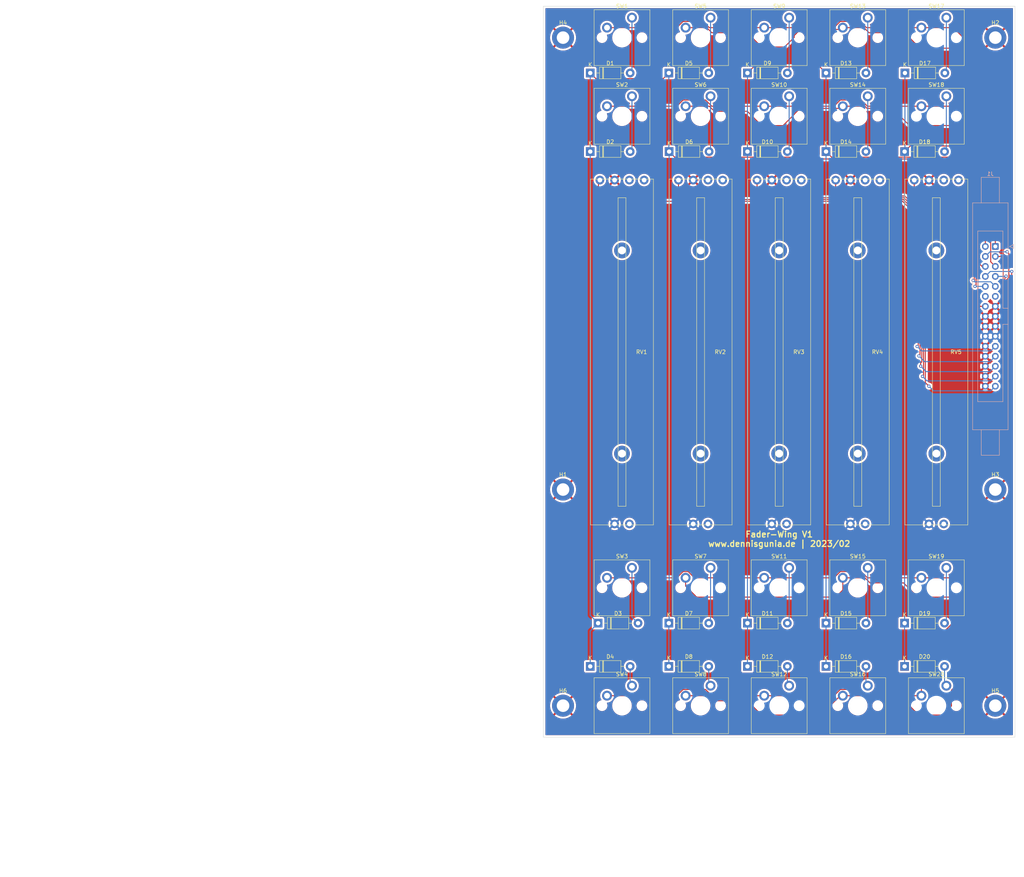
<source format=kicad_pcb>
(kicad_pcb (version 20211014) (generator pcbnew)
  (layers (0 "F.Cu" signal) (31 "B.Cu" signal) (34 "B.Paste" user) (35 "F.Paste" user) (36 "B.SilkS" user "B.Silkscreen") (37 "F.SilkS" user "F.Silkscreen") (38 "B.Mask" user) (39 "F.Mask" user) (44 "Edge.Cuts" user))
  (net 0 "")
  (net 1 "Net-(D1-Pad2)")
  (net 2 "MATRIX_1")
  (net 3 "MATRIX_2")
  (net 4 "MATRIX_A")
  (net 5 "Net-(D3-Pad2)")
  (net 6 "Net-(D4-Pad2)")
  (net 7 "Net-(D5-Pad2)")
  (net 8 "MATRIX_3")
  (net 9 "MATRIX_4")
  (net 10 "Net-(D9-Pad2)")
  (net 11 "Net-(D10-Pad2)")
  (net 12 "MATRIX_5")
  (net 13 "MATRIX_6")
  (net 14 "MATRIX_B")
  (net 15 "Net-(D15-Pad2)")
  (net 16 "MATRIX_7")
  (net 17 "MATRIX_8")
  (net 18 "Net-(D18-Pad2)")
  (net 19 "Net-(D2-Pad2)")
  (net 20 "Net-(D7-Pad2)")
  (net 21 "Net-(D8-Pad2)")
  (net 22 "GND")
  (net 23 "+5V")
  (net 24 "ANALOG_1")
  (net 25 "ANALOG_2")
  (net 26 "ANALOG_3")
  (net 27 "ANALOG_4")
  (net 28 "ANALOG_5")
  (net 29 "Net-(D6-Pad2)")
  (net 30 "Net-(D11-Pad2)")
  (net 31 "Net-(D12-Pad2)")
  (net 32 "Net-(D16-Pad2)")
  (net 33 "Net-(D17-Pad2)")
  (net 34 "Net-(D13-Pad2)")
  (net 35 "Net-(D14-Pad2)")
  (net 36 "MATRIX_C")
  (net 37 "Net-(D19-Pad2)")
  (net 38 "Net-(D20-Pad2)")
  (footprint "Diode_THT:D_DO-41_SOD81_P10.16mm_Horizontal" (layer "F.Cu") (at 111.92 49)
    (fp_text reference "D14")
    (fp_text value "1N4001")
  )
  (footprint "cherrymx:SW_Cherry_MX_PCB_1.00u" (layer "F.Cu") (at 60 40)
    (fp_text reference "SW2")
    (fp_text value "Switch_SW_DPST")
  )
  (footprint "Diode_THT:D_DO-41_SOD81_P10.16mm_Horizontal" (layer "F.Cu") (at 131.92 180)
    (fp_text reference "D20")
    (fp_text value "1N4001")
  )
  (footprint "Diode_THT:D_DO-41_SOD81_P10.16mm_Horizontal" (layer "F.Cu") (at 131.92 169)
    (fp_text reference "D19")
    (fp_text value "1N4001")
  )
  (footprint "cherrymx:SW_Cherry_MX_PCB_1.00u" (layer "F.Cu") (at 80 160)
    (fp_text reference "SW7")
    (fp_text value "Switch_SW_DPST")
  )
  (footprint "cherrymx:SW_Cherry_MX_PCB_1.00u" (layer "F.Cu") (at 120 190)
    (fp_text reference "SW16")
    (fp_text value "Switch_SW_DPST")
  )
  (footprint "cherrymx:SW_Cherry_MX_PCB_1.00u" (layer "F.Cu") (at 80 20)
    (fp_text reference "SW5")
    (fp_text value "Switch_SW_DPST")
  )
  (footprint "Diode_THT:D_DO-41_SOD81_P10.16mm_Horizontal" (layer "F.Cu") (at 132 29)
    (fp_text reference "D17")
    (fp_text value "1N4001")
  )
  (footprint "Diode_THT:D_DO-41_SOD81_P10.16mm_Horizontal" (layer "F.Cu") (at 91.92 49)
    (fp_text reference "D10")
    (fp_text value "1N4001")
  )
  (footprint "Diode_THT:D_DO-41_SOD81_P10.16mm_Horizontal" (layer "F.Cu") (at 91.92 180)
    (fp_text reference "D12")
    (fp_text value "1N4001")
  )
  (footprint "cherrymx:SW_Cherry_MX_PCB_1.00u" (layer "F.Cu") (at 100 160)
    (fp_text reference "SW11")
    (fp_text value "Switch_SW_DPST")
  )
  (footprint "w_conn_av:RS60N12-LIN10K" (layer "F.Cu") (at 80 100)
    (fp_text reference "RV2")
    (fp_text value "10K LIN")
  )
  (footprint "Diode_THT:D_DO-41_SOD81_P10.16mm_Horizontal" (layer "F.Cu") (at 51.92 180)
    (fp_text reference "D4")
    (fp_text value "1N4001")
  )
  (footprint "w_conn_av:RS60N12-LIN10K" (layer "F.Cu") (at 120 100)
    (fp_text reference "RV4")
    (fp_text value "10K LIN")
  )
  (footprint "cherrymx:SW_Cherry_MX_PCB_1.00u" (layer "F.Cu") (at 80 190)
    (fp_text reference "SW8")
    (fp_text value "Switch_SW_DPST")
  )
  (footprint "cherrymx:SW_Cherry_MX_PCB_1.00u" (layer "F.Cu") (at 120 40)
    (fp_text reference "SW14")
    (fp_text value "Switch_SW_DPST")
  )
  (footprint "MountingHole:MountingHole_3.2mm_M3_DIN965_Pad" (layer "F.Cu") (at 155 190)
    (fp_text reference "H5")
    (fp_text value "MountingHole")
  )
  (footprint "Diode_THT:D_DO-41_SOD81_P10.16mm_Horizontal" (layer "F.Cu") (at 53.92 169)
    (fp_text reference "D3")
    (fp_text value "1N4001")
  )
  (footprint "Diode_THT:D_DO-41_SOD81_P10.16mm_Horizontal" (layer "F.Cu") (at 111.92 29)
    (fp_text reference "D13")
    (fp_text value "1N4001")
  )
  (footprint "cherrymx:SW_Cherry_MX_PCB_1.00u" (layer "F.Cu") (at 100 40)
    (fp_text reference "SW10")
    (fp_text value "Switch_SW_DPST")
  )
  (footprint "Diode_THT:D_DO-41_SOD81_P10.16mm_Horizontal" (layer "F.Cu") (at 71.92 180)
    (fp_text reference "D8")
    (fp_text value "1N4001")
  )
  (footprint "cherrymx:SW_Cherry_MX_PCB_1.00u" (layer "F.Cu") (at 80 40)
    (fp_text reference "SW6")
    (fp_text value "Switch_SW_DPST")
  )
  (footprint "MountingHole:MountingHole_3.2mm_M3_DIN965_Pad" (layer "F.Cu") (at 155 135)
    (fp_text reference "H3")
    (fp_text value "MountingHole")
  )
  (footprint "w_conn_av:RS60N12-LIN10K" (layer "F.Cu") (at 100 100)
    (fp_text reference "RV3")
    (fp_text value "10K LIN")
  )
  (footprint "cherrymx:SW_Cherry_MX_PCB_1.00u" (layer "F.Cu") (at 60 20)
    (fp_text reference "SW1")
    (fp_text value "Switch_SW_DPST")
  )
  (footprint "Diode_THT:D_DO-41_SOD81_P10.16mm_Horizontal" (layer "F.Cu") (at 51.92 29)
    (fp_text reference "D1")
    (fp_text value "1N4001")
  )
  (footprint "cherrymx:SW_Cherry_MX_PCB_1.00u" (layer "F.Cu") (at 140 190)
    (fp_text reference "SW20")
    (fp_text value "Switch_SW_DPST")
  )
  (footprint "cherrymx:SW_Cherry_MX_PCB_1.00u" (layer "F.Cu") (at 140 40)
    (fp_text reference "SW18")
    (fp_text value "Switch_SW_DPST")
  )
  (footprint "cherrymx:SW_Cherry_MX_PCB_1.00u" (layer "F.Cu") (at 100 20)
    (fp_text reference "SW9")
    (fp_text value "Switch_SW_DPST")
  )
  (footprint "w_conn_av:RS60N12-LIN10K" (layer "F.Cu") (at 60 100)
    (fp_text reference "RV1")
    (fp_text value "10K LIN")
  )
  (footprint "MountingHole:MountingHole_3.2mm_M3_DIN965_Pad" (layer "F.Cu") (at 155 20)
    (fp_text reference "H2")
    (fp_text value "MountingHole")
  )
  (footprint "MountingHole:MountingHole_3.2mm_M3_DIN965_Pad" (layer "F.Cu") (at 45 135)
    (fp_text reference "H1")
    (fp_text value "MountingHole")
  )
  (footprint "Diode_THT:D_DO-41_SOD81_P10.16mm_Horizontal" (layer "F.Cu") (at 131.92 49)
    (fp_text reference "D18")
    (fp_text value "1N4001")
  )
  (footprint "MountingHole:MountingHole_3.2mm_M3_DIN965_Pad" (layer "F.Cu") (at 45 20)
    (fp_text reference "H4")
    (fp_text value "MountingHole")
  )
  (footprint "cherrymx:SW_Cherry_MX_PCB_1.00u" (layer "F.Cu") (at 120 20)
    (fp_text reference "SW13")
    (fp_text value "Switch_SW_DPST")
  )
  (footprint "Diode_THT:D_DO-41_SOD81_P10.16mm_Horizontal" (layer "F.Cu") (at 71.92 169)
    (fp_text reference "D7")
    (fp_text value "1N4001")
  )
  (footprint "MountingHole:MountingHole_3.2mm_M3_DIN965_Pad" (layer "F.Cu") (at 45 190)
    (fp_text reference "H6")
    (fp_text value "MountingHole")
  )
  (footprint "cherrymx:SW_Cherry_MX_PCB_1.00u" (layer "F.Cu") (at 140 20)
    (fp_text reference "SW17")
    (fp_text value "Switch_SW_DPST")
  )
  (footprint "w_conn_av:RS60N12-LIN10K" (layer "F.Cu") (at 140 100)
    (fp_text reference "RV5")
    (fp_text value "10K LIN")
  )
  (footprint "Diode_THT:D_DO-41_SOD81_P10.16mm_Horizontal" (layer "F.Cu") (at 51.92 49)
    (fp_text reference "D2")
    (fp_text value "1N4001")
  )
  (footprint "Diode_THT:D_DO-41_SOD81_P10.16mm_Horizontal" (layer "F.Cu") (at 91.92 29)
    (fp_text reference "D9")
    (fp_text value "1N4001")
  )
  (footprint "cherrymx:SW_Cherry_MX_PCB_1.00u" (layer "F.Cu") (at 140 160)
    (fp_text reference "SW19")
    (fp_text value "Switch_SW_DPST")
  )
  (footprint "Diode_THT:D_DO-41_SOD81_P10.16mm_Horizontal" (layer "F.Cu") (at 72 49)
    (fp_text reference "D6")
    (fp_text value "1N4001")
  )
  (footprint "Diode_THT:D_DO-41_SOD81_P10.16mm_Horizontal" (layer "F.Cu") (at 111.92 169)
    (fp_text reference "D15")
    (fp_text value "1N4001")
  )
  (footprint "Diode_THT:D_DO-41_SOD81_P10.16mm_Horizontal" (layer "F.Cu") (at 111.92 180)
    (fp_text reference "D16")
    (fp_text value "1N4001")
  )
  (footprint "cherrymx:SW_Cherry_MX_PCB_1.00u" (layer "F.Cu") (at 60 160)
    (fp_text reference "SW3")
    (fp_text value "Switch_SW_DPST")
  )
  (footprint "cherrymx:SW_Cherry_MX_PCB_1.00u" (layer "F.Cu") (at 120 160)
    (fp_text reference "SW15")
    (fp_text value "Switch_SW_DPST")
  )
  (footprint "Diode_THT:D_DO-41_SOD81_P10.16mm_Horizontal" (layer "F.Cu") (at 71.92 29)
    (fp_text reference "D5")
    (fp_text value "1N4001")
  )
  (footprint "cherrymx:SW_Cherry_MX_PCB_1.00u" (layer "F.Cu") (at 100 190)
    (fp_text reference "SW12")
    (fp_text value "Switch_SW_DPST")
  )
  (footprint "Diode_THT:D_DO-41_SOD81_P10.16mm_Horizontal" (layer "F.Cu") (at 91.92 169)
    (fp_text reference "D11")
    (fp_text value "1N4001")
  )
  (footprint "cherrymx:SW_Cherry_MX_PCB_1.00u" (layer "F.Cu") (at 60 190)
    (fp_text reference "SW4")
    (fp_text value "Switch_SW_DPST")
  )
  (footprint "Connector_IDC:IDC-Header_2x15_P2.54mm_Latch6.5mm_Vertical" (layer "B.Cu") (at 155 73.14 180)
    (fp_text reference "J1")
    (fp_text value "Conn_02x16_Odd_Even")
  )
  (gr_rect (start 40 12) (end 160 198) (layer "Edge.Cuts") (width 0.1) (fill none))
  (gr_text "Fader-Wing V1" (at 100 146.4) (layer "F.SilkS") (effects (font (size 1.5 1.5) (thickness 0.3))))
  (gr_text "www.dennisgunia.de | 2023/02" (at 100 148.8) (layer "F.SilkS") (effects (font (size 1.5 1.5) (thickness 0.3))))
  (segment (start 62.54 28.54) (end 62.08 29) (width 0.25) (layer "B.Cu") (net 1))
  (segment (start 62.54 14.92) (end 62.54 28.54) (width 0.25) (layer "B.Cu") (net 1))
  (segment (start 120.635489 15.885489) (end 122.21 17.46) (width 0.25) (layer "F.Cu") (net 2))
  (segment (start 115.537815 15.885489) (end 120.635489 15.885489) (width 0.25) (layer "F.Cu") (net 2))
  (segment (start 56.19 17.46) (end 73.963304 17.46) (width 0.25) (layer "F.Cu") (net 2))
  (segment (start 73.963304 17.46) (end 75.537815 15.885489) (width 0.25) (layer "F.Cu") (net 2))
  (segment (start 82.21 17.46) (end 96.19 17.46) (width 0.25) (layer "F.Cu") (net 2))
  (segment (start 136.19 17.46) (end 144.307091 17.46) (width 0.25) (layer "F.Cu") (net 2))
  (segment (start 144.307091 17.46) (end 155 28.152909) (width 0.25) (layer "F.Cu") (net 2))
  (segment (start 155 28.152909) (end 155 73.14) (width 0.25) (layer "F.Cu") (net 2))
  (segment (start 96.19 17.46) (end 113.963304 17.46) (width 0.25) (layer "F.Cu") (net 2))
  (segment (start 113.963304 17.46) (end 115.537815 15.885489) (width 0.25) (layer "F.Cu") (net 2))
  (segment (start 75.537815 15.885489) (end 80.635489 15.885489) (width 0.25) (layer "F.Cu") (net 2))
  (segment (start 80.635489 15.885489) (end 82.21 17.46) (width 0.25) (layer "F.Cu") (net 2))
  (segment (start 122.21 17.46) (end 136.19 17.46) (width 0.25) (layer "F.Cu") (net 2))
  (segment (start 115.537815 35.885489) (end 120.885489 35.885489) (width 0.25) (layer "F.Cu") (net 3))
  (segment (start 81.278793 35.885489) (end 82.853304 37.46) (width 0.25) (layer "F.Cu") (net 3))
  (segment (start 96.19 37.46) (end 113.963304 37.46) (width 0.25) (layer "F.Cu") (net 3))
  (segment (start 152.96096 37.46) (end 154.10096 38.6) (width 0.25) (layer "F.Cu") (net 3))
  (segment (start 56.19 37.46) (end 73.963304 37.46) (width 0.25) (layer "F.Cu") (net 3))
  (segment (start 82.853304 37.46) (end 96.19 37.46) (width 0.25) (layer "F.Cu") (net 3))
  (segment (start 154.10096 69.313802) (end 152.46 70.954762) (width 0.25) (layer "F.Cu") (net 3))
  (segment (start 154.10096 38.6) (end 154.10096 69.313802) (width 0.25) (layer "F.Cu") (net 3))
  (segment (start 113.963304 37.46) (end 115.537815 35.885489) (width 0.25) (layer "F.Cu") (net 3))
  (segment (start 120.885489 35.885489) (end 122.46 37.46) (width 0.25) (layer "F.Cu") (net 3))
  (segment (start 122.46 37.46) (end 136.19 37.46) (width 0.25) (layer "F.Cu") (net 3))
  (segment (start 73.963304 37.46) (end 75.537815 35.885489) (width 0.25) (layer "F.Cu") (net 3))
  (segment (start 136.19 37.46) (end 152.96096 37.46) (width 0.25) (layer "F.Cu") (net 3))
  (segment (start 75.537815 35.885489) (end 81.278793 35.885489) (width 0.25) (layer "F.Cu") (net 3))
  (segment (start 152.46 70.954762) (end 152.46 73.14) (width 0.25) (layer "F.Cu") (net 3))
  (segment (start 149.65048 80.1) (end 149.65048 71.221411) (width 0.25) (layer "F.Cu") (net 4))
  (segment (start 73.424511 50.424511) (end 72 49) (width 0.25) (layer "F.Cu") (net 4))
  (segment (start 145.686197 48.474529) (end 143.286696 50.874031) (width 0.25) (layer "F.Cu") (net 4))
  (segment (start 152.30288 68.56901) (end 152.30288 48.474529) (width 0.25) (layer "F.Cu") (net 4))
  (segment (start 152.30288 48.474529) (end 145.686197 48.474529) (width 0.25) (layer "F.Cu") (net 4))
  (segment (start 149.65048 80.1) (end 149.65048 81.51953) (width 0.25) (layer "F.Cu") (net 4))
  (segment (start 149.65048 81.51953) (end 149.3755 81.79451) (width 0.25) (layer "F.Cu") (net 4))
  (segment (start 143.286696 50.874031) (end 110.525009 50.874031) (width 0.25) (layer "F.Cu") (net 4))
  (segment (start 110.075489 50.424511) (end 73.424511 50.424511) (width 0.25) (layer "F.Cu") (net 4))
  (segment (start 51.92 29) (end 53.344511 30.424511) (width 0.25) (layer "F.Cu") (net 4))
  (segment (start 53.344511 30.424511) (end 70.495489 30.424511) (width 0.25) (layer "F.Cu") (net 4))
  (segment (start 70.495489 30.424511) (end 71.92 29) (width 0.25) (layer "F.Cu") (net 4))
  (segment (start 149.65048 71.221411) (end 152.30288 68.56901) (width 0.25) (layer "F.Cu") (net 4))
  (segment (start 110.525009 50.874031) (end 110.075489 50.424511) (width 0.25) (layer "F.Cu") (net 4))
  (via (at 149.3755 81.79451) (size 0.8) (drill 0.4) (layers "F.Cu" "B.Cu") (net 4))
  (segment (start 51.92 29) (end 51.92 49) (width 0.25) (layer "B.Cu") (net 4))
  (segment (start 71.92 169) (end 71.92 180) (width 0.25) (layer "B.Cu") (net 4))
  (segment (start 71.92 48.92) (end 72 49) (width 0.25) (layer "B.Cu") (net 4))
  (segment (start 51.92 167) (end 51.92 49) (width 0.25) (layer "B.Cu") (net 4))
  (segment (start 149.3755 81.79451) (end 149.706479 82.125489) (width 0.25) (layer "B.Cu") (net 4))
  (segment (start 71.92 29) (end 71.92 48.92) (width 0.25) (layer "B.Cu") (net 4))
  (segment (start 51.92 180) (end 51.92 171) (width 0.25) (layer "B.Cu") (net 4))
  (segment (start 153.825489 82.125489) (end 155 83.3) (width 0.25) (layer "B.Cu") (net 4))
  (segment (start 72 49) (end 72 168.92) (width 0.25) (layer "B.Cu") (net 4))
  (segment (start 51.92 171) (end 53.92 169) (width 0.25) (layer "B.Cu") (net 4))
  (segment (start 149.706479 82.125489) (end 153.825489 82.125489) (width 0.25) (layer "B.Cu") (net 4))
  (segment (start 72 168.92) (end 71.92 169) (width 0.25) (layer "B.Cu") (net 4))
  (segment (start 53.92 169) (end 51.92 167) (width 0.25) (layer "B.Cu") (net 4))
  (segment (start 62.54 154.92) (end 62.54 167.46) (width 0.25) (layer "B.Cu") (net 5))
  (segment (start 62.54 167.46) (end 64.08 169) (width 0.25) (layer "B.Cu") (net 5))
  (segment (start 62.08 180) (end 62.08 184.46) (width 0.25) (layer "B.Cu") (net 6))
  (segment (start 62.08 184.46) (end 62.54 184.92) (width 0.25) (layer "B.Cu") (net 6))
  (segment (start 82.54 14.92) (end 82.54 28.54) (width 0.25) (layer "B.Cu") (net 7))
  (segment (start 82.54 28.54) (end 82.08 29) (width 0.25) (layer "B.Cu") (net 7))
  (segment (start 149.7 132.6) (end 149.7 139.6) (width 0.25) (layer "F.Cu") (net 8))
  (segment (start 157 152.8) (end 152.34 157.46) (width 0.25) (layer "F.Cu") (net 8))
  (segment (start 157 146.9) (end 157 152.8) (width 0.25) (layer "F.Cu") (net 8))
  (segment (start 149.7 139.6) (end 157 146.9) (width 0.25) (layer "F.Cu") (net 8))
  (segment (start 96.19 157.46) (end 113.963304 157.46) (width 0.25) (layer "F.Cu") (net 8))
  (segment (start 73.963304 157.46) (end 75.537815 155.885489) (width 0.25) (layer "F.Cu") (net 8))
  (segment (start 157 125.3) (end 149.7 132.6) (width 0.25) (layer "F.Cu") (net 8))
  (segment (start 152.34 157.46) (end 136.19 157.46) (width 0.25) (layer "F.Cu") (net 8))
  (segment (start 157 76.1) (end 157 125.3) (width 0.25) (layer "F.Cu") (net 8))
  (segment (start 78.416696 157.46) (end 96.19 157.46) (width 0.25) (layer "F.Cu") (net 8))
  (segment (start 75.537815 155.885489) (end 76.842185 155.885489) (width 0.25) (layer "F.Cu") (net 8))
  (segment (start 76.842185 155.885489) (end 78.416696 157.46) (width 0.25) (layer "F.Cu") (net 8))
  (segment (start 113.963304 157.46) (end 115.537815 155.885489) (width 0.25) (layer "F.Cu") (net 8))
  (segment (start 122.46 157.46) (end 136.19 157.46) (width 0.25) (layer "F.Cu") (net 8))
  (segment (start 56.19 157.46) (end 73.963304 157.46) (width 0.25) (layer "F.Cu") (net 8))
  (segment (start 155 75.68) (end 156.58 75.68) (width 0.25) (layer "F.Cu") (net 8))
  (segment (start 156.58 75.68) (end 157 76.1) (width 0.25) (layer "F.Cu") (net 8))
  (segment (start 120.885489 155.885489) (end 122.46 157.46) (width 0.25) (layer "F.Cu") (net 8))
  (segment (start 115.537815 155.885489) (end 120.885489 155.885489) (width 0.25) (layer "F.Cu") (net 8))
  (segment (start 157.89904 125.672396) (end 150.59904 132.972396) (width 0.25) (layer "F.Cu") (net 9))
  (segment (start 157.89904 147.8) (end 157.94952 147.85048) (width 0.25) (layer "F.Cu") (net 9))
  (segment (start 75.537815 185.885489) (end 81.278793 185.885489) (width 0.25) (layer "F.Cu") (net 9))
  (segment (start 120.635489 185.885489) (end 122.21 187.46) (width 0.25) (layer "F.Cu") (net 9))
  (segment (start 81.278793 185.885489) (end 82.853304 187.46) (width 0.25) (layer "F.Cu") (net 9))
  (segment (start 158 74.5) (end 158.449011 74.949011) (width 0.25) (layer "F.Cu") (net 9))
  (segment (start 96.19 187.46) (end 113.963304 187.46) (width 0.25) (layer "F.Cu") (net 9))
  (segment (start 158.449011 74.949011) (end 158.449011 81.000103) (width 0.25) (layer "F.Cu") (net 9))
  (segment (start 157.89904 81.550074) (end 157.89904 125.672396) (width 0.25) (layer "F.Cu") (net 9))
  (segment (start 157.89904 146.527604) (end 157.89904 147.8) (width 0.25) (layer "F.Cu") (net 9))
  (segment (start 158.449011 81.000103) (end 157.89904 81.550074) (width 0.25) (layer "F.Cu") (net 9))
  (segment (start 150.59904 132.972396) (end 150.59904 139.227604) (width 0.25) (layer "F.Cu") (net 9))
  (segment (start 56.19 187.46) (end 73.963304 187.46) (width 0.25) (layer "F.Cu") (net 9))
  (segment (start 157.94952 147.85048) (end 157.94952 155.145044) (width 0.25) (layer "F.Cu") (net 9))
  (segment (start 82.853304 187.46) (end 96.19 187.46) (width 0.25) (layer "F.Cu") (net 9))
  (segment (start 157.94952 155.145044) (end 136.19 176.904564) (width 0.25) (layer "F.Cu") (net 9))
  (segment (start 115.537815 185.885489) (end 120.635489 185.885489) (width 0.25) (layer "F.Cu") (net 9))
  (segment (start 113.963304 187.46) (end 115.537815 185.885489) (width 0.25) (layer "F.Cu") (net 9))
  (segment (start 150.59904 139.227604) (end 157.89904 146.527604) (width 0.25) (layer "F.Cu") (net 9))
  (segment (start 136.19 176.904564) (end 136.19 187.46) (width 0.25) (layer "F.Cu") (net 9))
  (segment (start 73.963304 187.46) (end 75.537815 185.885489) (width 0.25) (layer "F.Cu") (net 9))
  (segment (start 122.21 187.46) (end 136.19 187.46) (width 0.25) (layer "F.Cu") (net 9))
  (via (at 158 74.5) (size 0.8) (drill 0.4) (layers "F.Cu" "B.Cu") (net 9))
  (segment (start 153.64 74.5) (end 152.46 75.68) (width 0.25) (layer "B.Cu") (net 9))
  (segment (start 158 74.5) (end 153.64 74.5) (width 0.25) (layer "B.Cu") (net 9))
  (segment (start 102.54 28.54) (end 102.08 29) (width 0.25) (layer "B.Cu") (net 10))
  (segment (start 102.54 14.92) (end 102.54 28.54) (width 0.25) (layer "B.Cu") (net 10))
  (segment (start 102.54 48.54) (end 102.08 49) (width 0.25) (layer "B.Cu") (net 11))
  (segment (start 102.54 34.92) (end 102.54 48.54) (width 0.25) (layer "B.Cu") (net 11))
  (segment (start 154.55048 69.5) (end 153.825489 70.224991) (width 0.25) (layer "F.Cu") (net 12))
  (segment (start 103.830479 19.919521) (end 103.830479 19.48243) (width 0.25) (layer "F.Cu") (net 12))
  (segment (start 103.830479 19.48243) (end 105.403389 17.90952) (width 0.25) (layer "F.Cu") (net 12))
  (segment (start 95.52743 22.374521) (end 101.375479 22.374521) (width 0.25) (layer "F.Cu") (net 12))
  (segment (start 76.19 17.46) (end 81.574282 17.46) (width 0.25) (layer "F.Cu") (net 12))
  (segment (start 101.375479 22.374521) (end 103.830479 19.919521) (width 0.25) (layer "F.Cu") (net 12))
  (segment (start 148.905687 22.694314) (end 154.55048 28.339107) (width 0.25) (layer "F.Cu") (net 12))
  (segment (start 131.903388 18.750479) (end 135.847223 22.694314) (width 0.25) (layer "F.Cu") (net 12))
  (segment (start 154.55048 28.339107) (end 154.55048 69.5) (width 0.25) (layer "F.Cu") (net 12))
  (segment (start 135.847223 22.694314) (end 148.905687 22.694314) (width 0.25) (layer "F.Cu") (net 12))
  (segment (start 115.74048 17.90952) (end 116.19 17.46) (width 0.25) (layer "F.Cu") (net 12))
  (segment (start 116.19 17.46) (end 121.574282 17.46) (width 0.25) (layer "F.Cu") (net 12))
  (segment (start 122.864761 18.750479) (end 131.903388 18.750479) (width 0.25) (layer "F.Cu") (net 12))
  (segment (start 121.574282 17.46) (end 122.864761 18.750479) (width 0.25) (layer "F.Cu") (net 12))
  (segment (start 153.825489 70.224991) (end 153.825489 77.045489) (width 0.25) (layer "F.Cu") (net 12))
  (segment (start 105.403389 17.90952) (end 115.74048 17.90952) (width 0.25) (layer "F.Cu") (net 12))
  (segment (start 153.825489 77.045489) (end 155 78.22) (width 0.25) (layer "F.Cu") (net 12))
  (segment (start 91.903388 18.750479) (end 95.52743 22.374521) (width 0.25) (layer "F.Cu") (net 12))
  (segment (start 81.574282 17.46) (end 82.864761 18.750479) (width 0.25) (layer "F.Cu") (net 12))
  (segment (start 82.864761 18.750479) (end 91.903388 18.750479) (width 0.25) (layer "F.Cu") (net 12))
  (segment (start 95.52743 42.374521) (end 100.98356 42.374521) (width 0.25) (layer "F.Cu") (net 13))
  (segment (start 103.830479 39.48243) (end 105.312909 38) (width 0.25) (layer "F.Cu") (net 13))
  (segment (start 103.830479 39.527602) (end 103.830479 39.48243) (width 0.25) (layer "F.Cu") (net 13))
  (segment (start 152.974521 42.374521) (end 153.65144 43.05144) (width 0.25) (layer "F.Cu") (net 13))
  (segment (start 153.65144 43.05144) (end 153.65144 69.127604) (width 0.25) (layer "F.Cu") (net 13))
  (segment (start 128.8 38) (end 133.174521 42.374521) (width 0.25) (layer "F.Cu") (net 13))
  (segment (start 82.217586 37.46) (end 83.507586 38.75) (width 0.25) (layer "F.Cu") (net 13))
  (segment (start 116.19 37.46) (end 121.824282 37.46) (width 0.25) (layer "F.Cu") (net 13))
  (segment (start 121.824282 37.46) (end 122.364282 38) (width 0.25) (layer "F.Cu") (net 13))
  (segment (start 151 71.779044) (end 151 77.6) (width 0.25) (layer "F.Cu") (net 13))
  (segment (start 115.65 38) (end 116.19 37.46) (width 0.25) (layer "F.Cu") (net 13))
  (segment (start 151 77.6) (end 151.62 78.22) (width 0.25) (layer "F.Cu") (net 13))
  (segment (start 153.65144 69.127604) (end 151 71.779044) (width 0.25) (layer "F.Cu") (net 13))
  (segment (start 133.174521 42.374521) (end 152.974521 42.374521) (width 0.25) (layer "F.Cu") (net 13))
  (segment (start 105.312909 38) (end 115.65 38) (width 0.25) (layer "F.Cu") (net 13))
  (segment (start 122.364282 38) (end 128.8 38) (width 0.25) (layer "F.Cu") (net 13))
  (segment (start 83.507586 38.75) (end 91.902909 38.75) (width 0.25) (layer "F.Cu") (net 13))
  (segment (start 91.902909 38.75) (end 95.52743 42.374521) (width 0.25) (layer "F.Cu") (net 13))
  (segment (start 100.98356 42.374521) (end 103.830479 39.527602) (width 0.25) (layer "F.Cu") (net 13))
  (segment (start 76.19 37.46) (end 82.217586 37.46) (width 0.25) (layer "F.Cu") (net 13))
  (segment (start 151.62 78.22) (end 152.46 78.22) (width 0.25) (layer "F.Cu") (net 13))
  (segment (start 151.303804 70.203804) (end 150.1 71.407608) (width 0.25) (layer "F.Cu") (net 14))
  (segment (start 145.5 48.025009) (end 152.489291 48.025009) (width 0.25) (layer "F.Cu") (net 14))
  (segment (start 150.1 71.407608) (end 150.1 81.5) (width 0.25) (layer "F.Cu") (net 14))
  (segment (start 152.7524 68.755208) (end 151.303804 70.203804) (width 0.25) (layer "F.Cu") (net 14))
  (segment (start 150.1 83.02598) (end 149.82598 83.3) (width 0.25) (layer "F.Cu") (net 14))
  (segment (start 150.1 81.5) (end 150.1 83.02598) (width 0.25) (layer "F.Cu") (net 14))
  (segment (start 111.92 49) (end 113.344511 50.424511) (width 0.25) (layer "F.Cu") (net 14))
  (segment (start 152.489291 48.025009) (end 152.7524 48.288118) (width 0.25) (layer "F.Cu") (net 14))
  (segment (start 110.32 27.4) (end 111.92 29) (width 0.25) (layer "F.Cu") (net 14))
  (segment (start 113.344511 50.424511) (end 143.100498 50.424511) (width 0.25) (layer "F.Cu") (net 14))
  (segment (start 152.7524 48.288118) (end 152.7524 68.755208) (width 0.25) (layer "F.Cu") (net 14))
  (segment (start 93.52 27.4) (end 110.32 27.4) (width 0.25) (layer "F.Cu") (net 14))
  (segment (start 143.100498 50.424511) (end 145.5 48.025009) (width 0.25) (layer "F.Cu") (net 14))
  (segment (start 91.92 29) (end 93.52 27.4) (width 0.25) (layer "F.Cu") (net 14))
  (via (at 149.82598 83.3) (size 0.8) (drill 0.4) (layers "F.Cu" "B.Cu") (net 14))
  (segment (start 111.92 49) (end 111.92 169) (width 0.25) (layer "B.Cu") (net 14))
  (segment (start 91.92 180) (end 91.92 169) (width 0.25) (layer "B.Cu") (net 14))
  (segment (start 111.92 29) (end 111.92 49) (width 0.25) (layer "B.Cu") (net 14))
  (segment (start 149.82598 83.3) (end 152.46 83.3) (width 0.25) (layer "B.Cu") (net 14))
  (segment (start 91.92 29) (end 91.92 49) (width 0.25) (layer "B.Cu") (net 14))
  (segment (start 111.92 169) (end 111.92 180) (width 0.25) (layer "B.Cu") (net 14))
  (segment (start 91.92 49) (end 91.92 169) (width 0.25) (layer "B.Cu") (net 14))
  (segment (start 122.54 168.54) (end 122.08 169) (width 0.25) (layer "B.Cu") (net 15))
  (segment (start 122.54 154.92) (end 122.54 168.54) (width 0.25) (layer "B.Cu") (net 15))
  (segment (start 76.19 159.548081) (end 79.01644 162.374521) (width 0.25) (layer "F.Cu") (net 16))
  (segment (start 157.7245 80.7) (end 157.44952 80.97498) (width 0.25) (layer "F.Cu") (net 16))
  (segment (start 123.114762 158.750479) (end 121.824283 157.46) (width 0.25) (layer "F.Cu") (net 16))
  (segment (start 157.5 153.3) (end 148.425479 162.374521) (width 0.25) (layer "F.Cu") (net 16))
  (segment (start 131.650479 158.750479) (end 123.114762 158.750479) (width 0.25) (layer "F.Cu") (net 16))
  (segment (start 114.375479 162.374521) (end 116.19 160.56) (width 0.25) (layer "F.Cu") (net 16))
  (segment (start 157.44952 80.97498) (end 157.44952 125.486198) (width 0.25) (layer "F.Cu") (net 16))
  (segment (start 150.14952 139.413802) (end 157.44952 146.713802) (width 0.25) (layer "F.Cu") (net 16))
  (segment (start 116.19 160.56) (end 116.19 157.46) (width 0.25) (layer "F.Cu") (net 16))
  (segment (start 121.824283 157.46) (end 116.19 157.46) (width 0.25) (layer "F.Cu") (net 16))
  (segment (start 135.274521 162.374521) (end 131.650479 158.750479) (width 0.25) (layer "F.Cu") (net 16))
  (segment (start 157.44952 125.486198) (end 150.14952 132.786198) (width 0.25) (layer "F.Cu") (net 16))
  (segment (start 148.425479 162.374521) (end 135.274521 162.374521) (width 0.25) (layer "F.Cu") (net 16))
  (segment (start 157.44952 146.713802) (end 157.44952 148.04952) (width 0.25) (layer "F.Cu") (net 16))
  (segment (start 157.44952 148.04952) (end 157.5 148.1) (width 0.25) (layer "F.Cu") (net 16))
  (segment (start 150.14952 132.786198) (end 150.14952 139.413802) (width 0.25) (layer "F.Cu") (net 16))
  (segment (start 79.01644 162.374521) (end 114.375479 162.374521) (width 0.25) (layer "F.Cu") (net 16))
  (segment (start 76.19 157.46) (end 76.19 159.548081) (width 0.25) (layer "F.Cu") (net 16))
  (segment (start 157.5 148.1) (end 157.5 153.3) (width 0.25) (layer "F.Cu") (net 16))
  (via (at 157.7245 80.7) (size 0.8) (drill 0.4) (layers "F.Cu" "B.Cu") (net 16))
  (segment (start 157.6645 80.76) (end 155 80.76) (width 0.25) (layer "B.Cu") (net 16))
  (segment (start 157.7245 80.7) (end 157.6645 80.76) (width 0.25) (layer "B.Cu") (net 16))
  (segment (start 158.39904 155.331241) (end 144.465141 169.265141) (width 0.25) (layer "F.Cu") (net 17))
  (segment (start 158.085237 126.121916) (end 151.04856 133.158593) (width 0.25) (layer "F.Cu") (net 17))
  (segment (start 115.54 187.46) (end 116.19 187.46) (width 0.25) (layer "F.Cu") (net 17))
  (segment (start 122.023803 187.90952) (end 121.574282 187.46) (width 0.25) (layer "F.Cu") (net 17))
  (segment (start 95.52743 192.374521) (end 110.625479 192.374521) (width 0.25) (layer "F.Cu") (net 17))
  (segment (start 158.34856 81.736272) (end 158.34856 125.858594) (width 0.25) (layer "F.Cu") (net 17))
  (segment (start 110.625479 192.374521) (end 115.54 187.46) (width 0.25) (layer "F.Cu") (net 17))
  (segment (start 143.830479 190.069521) (end 141.525479 192.374521) (width 0.25) (layer "F.Cu") (net 17))
  (segment (start 143.830479 186.069521) (end 143.830479 190.069521) (width 0.25) (layer "F.Cu") (net 17))
  (segment (start 151.04856 133.158593) (end 151.04856 139.041406) (width 0.25) (layer "F.Cu") (net 17))
  (segment (start 76.19 187.46) (end 82.217586 187.46) (width 0.25) (layer "F.Cu") (net 17))
  (segment (start 151.04856 139.041406) (end 158.34856 146.341406) (width 0.25) (layer "F.Cu") (net 17))
  (segment (start 159.173511 80.911321) (end 158.34856 81.736272) (width 0.25) (layer "F.Cu") (net 17))
  (segment (start 144.465141 185.434859) (end 143.830479 186.069521) (width 0.25) (layer "F.Cu") (net 17))
  (segment (start 135.52743 192.374521) (end 131.062429 187.90952) (width 0.25) (layer "F.Cu") (net 17))
  (segment (start 121.574282 187.46) (end 116.19 187.46) (width 0.25) (layer "F.Cu") (net 17))
  (segment (start 158.39904 147.55048) (end 158.39904 155.331241) (width 0.25) (layer "F.Cu") (net 17))
  (segment (start 82.217586 187.46) (end 83.508065 188.750479) (width 0.25) (layer "F.Cu") (net 17))
  (segment (start 83.508065 188.750479) (end 91.903388 188.750479) (width 0.25) (layer "F.Cu") (net 17))
  (segment (start 158.34856 147.5) (end 158.39904 147.55048) (width 0.25) (layer "F.Cu") (net 17))
  (segment (start 158.34856 146.341406) (end 158.34856 147.5) (width 0.25) (layer "F.Cu") (net 17))
  (segment (start 159.173511 79.5) (end 159.173511 80.911321) (width 0.25) (layer "F.Cu") (net 17))
  (segment (start 141.525479 192.374521) (end 135.52743 192.374521) (width 0.25) (layer "F.Cu") (net 17))
  (segment (start 91.903388 188.750479) (end 95.52743 192.374521) (width 0.25) (layer "F.Cu") (net 17))
  (segment (start 131.062429 187.90952) (end 122.023803 187.90952) (width 0.25) (layer "F.Cu") (net 17))
  (segment (start 144.465141 169.265141) (end 144.465141 185.434859) (width 0.25) (layer "F.Cu") (net 17))
  (segment (start 158.34856 125.858594) (end 158.085237 126.121916) (width 0.25) (layer "F.Cu") (net 17))
  (via (at 159.173511 79.5) (size 0.8) (drill 0.4) (layers "F.Cu" "B.Cu") (net 17))
  (segment (start 153.72 79.5) (end 152.46 80.76) (width 0.25) (layer "B.Cu") (net 17))
  (segment (start 159.173511 79.5) (end 153.72 79.5) (width 0.25) (layer "B.Cu") (net 17))
  (segment (start 142.54 48.54) (end 142.08 49) (width 0.25) (layer "B.Cu") (net 18))
  (segment (start 142.54 34.92) (end 142.54 48.54) (width 0.25) (layer "B.Cu") (net 18))
  (segment (start 62.54 48.54) (end 62.08 49) (width 0.25) (layer "B.Cu") (net 19))
  (segment (start 62.54 34.92) (end 62.54 48.54) (width 0.25) (layer "B.Cu") (net 19))
  (segment (start 82.54 168.54) (end 82.08 169) (width 0.25) (layer "B.Cu") (net 20))
  (segment (start 82.54 154.92) (end 82.54 168.54) (width 0.25) (layer "B.Cu") (net 20))
  (segment (start 82.08 180) (end 82.08 184.46) (width 0.25) (layer "B.Cu") (net 21))
  (segment (start 82.08 184.46) (end 82.54 184.92) (width 0.25) (layer "B.Cu") (net 21))
  (segment (start 79.06 56.25) (end 79.40344 56.25) (width 0.25) (layer "F.Cu") (net 22))
  (segment (start 117.185 56.25) (end 118.271511 57.336511) (width 0.25) (layer "F.Cu") (net 22))
  (segment (start 54 58.7) (end 54 56.62) (width 0.25) (layer "F.Cu") (net 24))
  (segment (start 54 56.62) (end 54.37 56.25) (width 0.25) (layer "F.Cu") (net 24))
  (segment (start 56.94856 61.64856) (end 54 58.7) (width 0.25) (layer "F.Cu") (net 24))
  (segment (start 135.38692 98.32502) (end 135.38692 65.629792) (width 0.25) (layer "F.Cu") (net 24))
  (segment (start 131.405688 61.64856) (end 56.94856 61.64856) (width 0.25) (layer "F.Cu") (net 24))
  (segment (start 135.38692 65.629792) (end 131.405688 61.64856) (width 0.25) (layer "F.Cu") (net 24))
  (segment (start 135.11194 98.6) (end 135.38692 98.32502) (width 0.25) (layer "F.Cu") (net 24))
  (via (at 135.11194 98.6) (size 0.8) (drill 0.4) (layers "F.Cu" "B.Cu") (net 24))
  (segment (start 135.11194 98.6) (end 136.226451 99.714511) (width 0.25) (layer "B.Cu") (net 24))
  (segment (start 153.825489 99.714511) (end 155 98.54) (width 0.25) (layer "B.Cu") (net 24))
  (segment (start 136.226451 99.714511) (end 153.825489 99.714511) (width 0.25) (layer "B.Cu") (net 24))
  (segment (start 135.83644 65.443594) (end 131.591886 61.19904) (width 0.25) (layer "F.Cu") (net 25))
  (segment (start 74.37 59.67) (end 74.37 56.25) (width 0.25) (layer "F.Cu") (net 25))
  (segment (start 135.83644 100.72502) (end 135.83644 65.443594) (width 0.25) (layer "F.Cu") (net 25))
  (segment (start 135.56146 101) (end 135.83644 100.72502) (width 0.25) (layer "F.Cu") (net 25))
  (segment (start 75.89904 61.19904) (end 74.37 59.67) (width 0.25) (layer "F.Cu") (net 25))
  (segment (start 131.591886 61.19904) (end 75.89904 61.19904) (width 0.25) (layer "F.Cu") (net 25))
  (via (at 135.56146 101) (size 0.8) (drill 0.4) (layers "F.Cu" "B.Cu") (net 25))
  (segment (start 137.006949 102.445489) (end 153.634511 102.445489) (width 0.25) (layer "B.Cu") (net 25))
  (segment (start 135.56146 101) (end 137.006949 102.445489) (width 0.25) (layer "B.Cu") (net 25))
  (segment (start 153.634511 102.445489) (end 155 101.08) (width 0.25) (layer "B.Cu") (net 25))
  (segment (start 94.3 58.5) (end 94.37 58.43) (width 0.25) (layer "F.Cu") (net 26))
  (segment (start 131.778084 60.74952) (end 96.54952 60.74952) (width 0.25) (layer "F.Cu") (net 26))
  (segment (start 136 103.6) (end 136 102.8) (width 0.25) (layer "F.Cu") (net 26))
  (segment (start 136.28596 102.51404) (end 136.28596 65.257396) (width 0.25) (layer "F.Cu") (net 26))
  (segment (start 96.54952 60.74952) (end 94.3 58.5) (width 0.25) (layer "F.Cu") (net 26))
  (segment (start 136.28596 65.257396) (end 131.778084 60.74952) (width 0.25) (layer "F.Cu") (net 26))
  (segment (start 94.37 58.43) (end 94.37 56.25) (width 0.25) (layer "F.Cu") (net 26))
  (segment (start 136 102.8) (end 136.28596 102.51404) (width 0.25) (layer "F.Cu") (net 26))
  (via (at 136 103.6) (size 0.8) (drill 0.4) (layers "F.Cu" "B.Cu") (net 26))
  (segment (start 137.385489 104.985489) (end 153.634511 104.985489) (width 0.25) (layer "B.Cu") (net 26))
  (segment (start 136 103.6) (end 137.385489 104.985489) (width 0.25) (layer "B.Cu") (net 26))
  (segment (start 153.634511 104.985489) (end 155 103.62) (width 0.25) (layer "B.Cu") (net 26))
  (segment (start 114.37 58.57) (end 116.1 60.3) (width 0.25) (layer "F.Cu") (net 27))
  (segment (start 114.37 56.25) (end 114.37 58.57) (width 0.25) (layer "F.Cu") (net 27))
  (segment (start 136.73548 105.92502) (end 136.4605 106.2) (width 0.25) (layer "F.Cu") (net 27))
  (segment (start 116.1 60.3) (end 131.964282 60.3) (width 0.25) (layer "F.Cu") (net 27))
  (segment (start 136.73548 65.071198) (end 136.73548 105.92502) (width 0.25) (layer "F.Cu") (net 27))
  (segment (start 131.964282 60.3) (end 136.73548 65.071198) (width 0.25) (layer "F.Cu") (net 27))
  (via (at 136.4605 106.2) (size 0.8) (drill 0.4) (layers "F.Cu" "B.Cu") (net 27))
  (segment (start 153.825489 107.334511) (end 155 106.16) (width 0.25) (layer "B.Cu") (net 27))
  (segment (start 136.4605 106.2) (end 137.595011 107.334511) (width 0.25) (layer "B.Cu") (net 27))
  (segment (start 137.595011 107.334511) (end 153.825489 107.334511) (width 0.25) (layer "B.Cu") (net 27))
  (segment (start 137.185 64.915) (end 137.2 64.9) (width 0.25) (layer "F.Cu") (net 28))
  (segment (start 137.185 107.785) (end 138.1 108.7) (width 0.25) (layer "F.Cu") (net 28))
  (segment (start 137.2 64.9) (end 134.37 62.07) (width 0.25) (layer "F.Cu") (net 28))
  (segment (start 134.37 62.07) (end 134.37 56.25) (width 0.25) (layer "F.Cu") (net 28))
  (segment (start 137.185 107.785) (end 137.185 64.915) (width 0.25) (layer "F.Cu") (net 28))
  (via (at 138.1 108.7) (size 0.8) (drill 0.4) (layers "F.Cu" "B.Cu") (net 28))
  (segment (start 139.274511 109.874511) (end 153.825489 109.874511) (width 0.25) (layer "B.Cu") (net 28))
  (segment (start 153.825489 109.874511) (end 155 108.7) (width 0.25) (layer "B.Cu") (net 28))
  (segment (start 138.1 108.7) (end 139.274511 109.874511) (width 0.25) (layer "B.Cu") (net 28))
  (segment (start 82.54 48.62) (end 82.16 49) (width 0.25) (layer "B.Cu") (net 29))
  (segment (start 82.54 34.92) (end 82.54 48.62) (width 0.25) (layer "B.Cu") (net 29))
  (segment (start 102.54 168.54) (end 102.08 169) (width 0.25) (layer "B.Cu") (net 30))
  (segment (start 102.54 154.92) (end 102.54 168.54) (width 0.25) (layer "B.Cu") (net 30))
  (segment (start 102.08 184.46) (end 102.54 184.92) (width 0.25) (layer "B.Cu") (net 31))
  (segment (start 102.08 180) (end 102.08 184.46) (width 0.25) (layer "B.Cu") (net 31))
  (segment (start 122.08 184.46) (end 122.54 184.92) (width 0.25) (layer "B.Cu") (net 32))
  (segment (start 122.08 180) (end 122.08 184.46) (width 0.25) (layer "B.Cu") (net 32))
  (segment (start 142.54 14.92) (end 142.54 28.62) (width 0.25) (layer "B.Cu") (net 33))
  (segment (start 142.54 28.62) (end 142.16 29) (width 0.25) (layer "B.Cu") (net 33))
  (segment (start 122.54 28.54) (end 122.08 29) (width 0.25) (layer "B.Cu") (net 34))
  (segment (start 122.54 14.92) (end 122.54 28.54) (width 0.25) (layer "B.Cu") (net 34))
  (segment (start 122.54 48.54) (end 122.08 49) (width 0.25) (layer "B.Cu") (net 35))
  (segment (start 122.54 34.92) (end 122.54 48.54) (width 0.25) (layer "B.Cu") (net 35))
  (segment (start 153.20192 48.1) (end 153.20192 68.941406) (width 0.25) (layer "F.Cu") (net 36))
  (segment (start 150.55048 71.592847) (end 150.55048 87.75048) (width 0.25) (layer "F.Cu") (net 36))
  (segment (start 150.55048 87.75048) (end 151.18 88.38) (width 0.25) (layer "F.Cu") (net 36))
  (segment (start 153.20192 68.941406) (end 150.55048 71.592847) (width 0.25) (layer "F.Cu") (net 36))
  (segment (start 131.92 49) (end 133.344511 47.575489) (width 0.25) (layer "F.Cu") (net 36))
  (segment (start 152.675489 47.575489) (end 153.2 48.1) (width 0.25) (layer "F.Cu") (net 36))
  (segment (start 153.2 48.1) (end 153.20192 48.1) (width 0.25) (layer "F.Cu") (net 36))
  (segment (start 151.18 88.38) (end 152.46 88.38) (width 0.25) (layer "F.Cu") (net 36))
  (segment (start 133.344511 47.575489) (end 152.675489 47.575489) (width 0.25) (layer "F.Cu") (net 36))
  (segment (start 132 48.92) (end 131.92 49) (width 0.25) (layer "B.Cu") (net 36))
  (segment (start 132 29) (end 132 48.92) (width 0.25) (layer "B.Cu") (net 36))
  (segment (start 131.92 49) (end 131.92 169) (width 0.25) (layer "B.Cu") (net 36))
  (segment (start 131.92 180) (end 131.92 169) (width 0.25) (layer "B.Cu") (net 36))
  (segment (start 142.54 168.54) (end 142.08 169) (width 0.25) (layer "B.Cu") (net 37))
  (segment (start 142.54 154.92) (end 142.54 168.54) (width 0.25) (layer "B.Cu") (net 37))
  (segment (start 142.08 180) (end 142.08 184.46) (width 0.25) (layer "B.Cu") (net 38))
  (segment (start 142.08 184.46) (end 142.54 184.92) (width 0.25) (layer "B.Cu") (net 38))
  (zone (net 22) (net_name "GND") (layer "F.Cu") (connect_pads (clearance 0.508)) (min_thickness 0.254) (fill yes (thermal_gap 0.508) (thermal_bridge_width 0.508))
    (polygon (pts (xy 160 198) (xy 40 198) (xy 40 12) (xy 160 12)))
  )
  (zone (net 23) (net_name "+5V") (layer "B.Cu") (connect_pads (clearance 0.508)) (min_thickness 0.254) (fill yes (thermal_gap 0.508) (thermal_bridge_width 0.508))
    (polygon (pts (xy 160 198) (xy 40 198) (xy 40 12) (xy 160 12)))
  )
)
</source>
